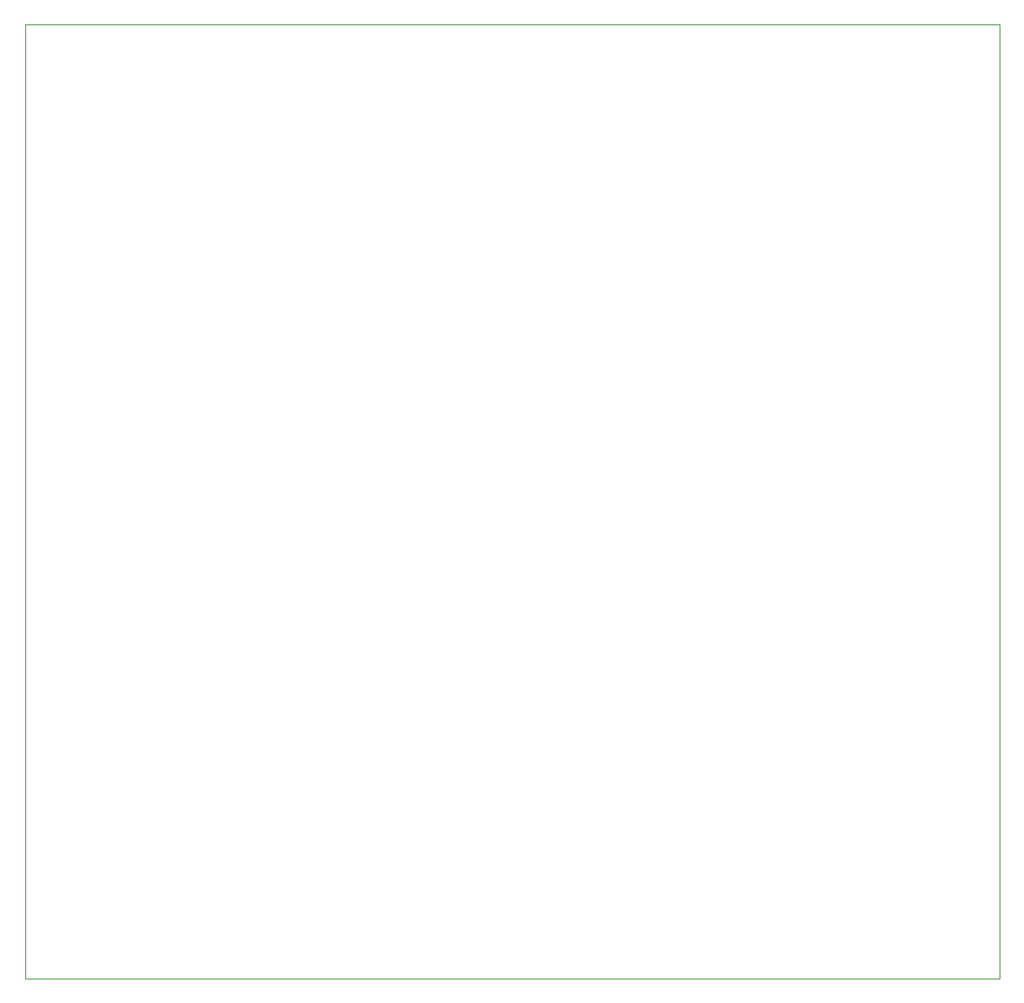
<source format=gbr>
%TF.GenerationSoftware,KiCad,Pcbnew,(5.1.6)-1*%
%TF.CreationDate,2024-09-11T12:39:08-05:00*%
%TF.ProjectId,board1,626f6172-6431-42e6-9b69-6361645f7063,rev?*%
%TF.SameCoordinates,PX2dc6c00PY7641700*%
%TF.FileFunction,Profile,NP*%
%FSLAX46Y46*%
G04 Gerber Fmt 4.6, Leading zero omitted, Abs format (unit mm)*
G04 Created by KiCad (PCBNEW (5.1.6)-1) date 2024-09-11 12:39:08*
%MOMM*%
%LPD*%
G01*
G04 APERTURE LIST*
%TA.AperFunction,Profile*%
%ADD10C,0.100000*%
%TD*%
G04 APERTURE END LIST*
D10*
X98000000Y0D02*
X0Y0D01*
X98000000Y96000000D02*
X98000000Y0D01*
X0Y96000000D02*
X98000000Y96000000D01*
X0Y0D02*
X0Y96000000D01*
M02*

</source>
